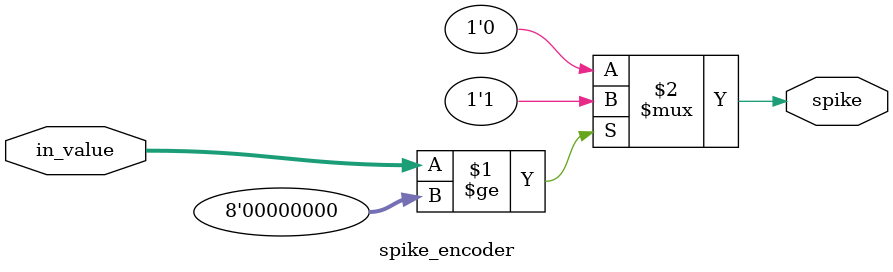
<source format=v>
`timescale 1ns/1ps

module spike_encoder #(
    parameter WIDTH = 8,
    parameter signed [WIDTH-1:0] THRESHOLD = 0
) (
    input  wire signed [WIDTH-1:0] in_value,
    output wire spike
);
    assign spike = (in_value >= THRESHOLD) ? 1'b1 : 1'b0;
endmodule

</source>
